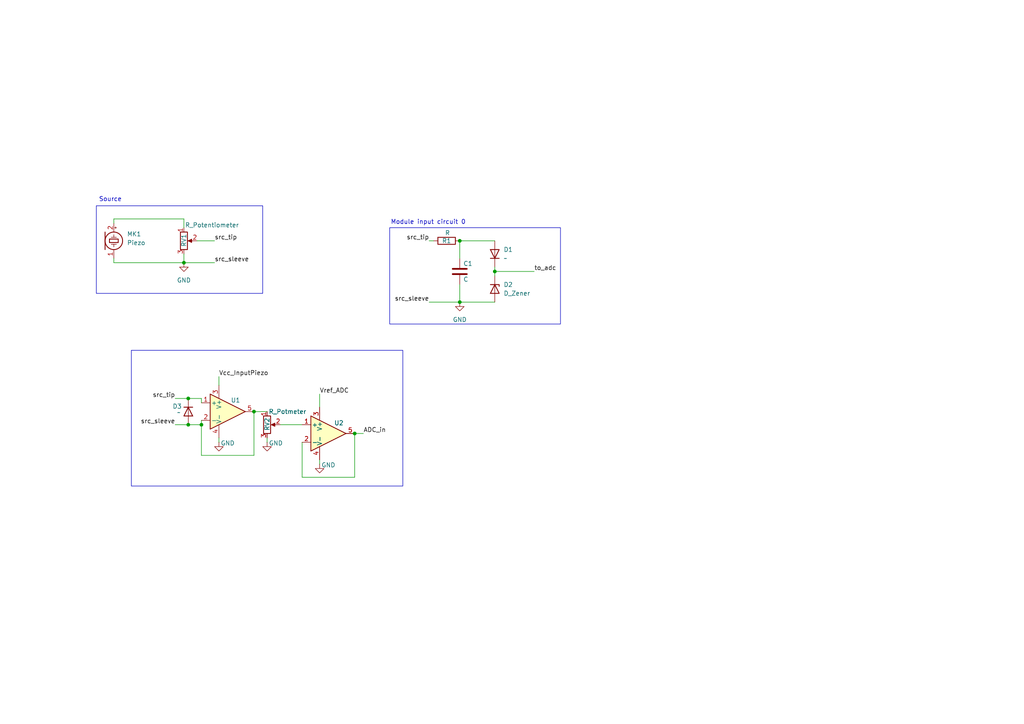
<source format=kicad_sch>
(kicad_sch (version 20250114) (generator "eeschema") (generator_version "9.0")
  (paper "A4")
  (lib_symbols
    (symbol "Device:C" (pin_numbers (hide yes)) (pin_names (offset 0.254))
      (property "Reference" "C" (at 0.635 2.54 0))
      (property "Value" "C" (at 0.635 -2.54 0))
      (symbol "C_0_1"
        (polyline (pts (xy -2.032 0.762) (xy 2.032 0.762)) (stroke (width 0.508)))
        (polyline (pts (xy -2.032 -0.762) (xy 2.032 -0.762)) (stroke (width 0.508)))
      )
      (symbol "C_1_1"
        (pin passive line (at 0 3.81 270) (length 2.794) (name "~") (number "1"))
        (pin passive line (at 0 -3.81 90) (length 2.794) (name "~") (number "2"))
      )
    )
    (symbol "Device:D_Zener" (pin_numbers (hide yes)) (pin_names (offset 1.016) (hide yes))
      (property "Reference" "D" (at 0 2.54 0))
      (property "Value" "D_Zener" (at 0 -2.54 0))
      (symbol "D_Zener_0_1"
        (polyline (pts (xy -1.27 -1.27) (xy -1.27 1.27) (xy -0.762 1.27)) (stroke (width 0.254)))
        (polyline (pts (xy 1.27 0) (xy -1.27 0)))
        (polyline (pts (xy 1.27 -1.27) (xy 1.27 1.27) (xy -1.27 0) (xy 1.27 -1.27)) (stroke (width 0.254)))
      )
      (symbol "D_Zener_1_1"
        (pin passive line (at -3.81 0 0) (length 2.54) (name "K") (number "1"))
        (pin passive line (at 3.81 0 180) (length 2.54) (name "A") (number "2"))
      )
    )
    (symbol "Device:Microphone_Crystal" (pin_names (offset 0.0254) (hide yes))
      (property "Reference" "MK" (at -3.81 1.143 0))
      (property "Value" "Microphone_Crystal" (at -3.81 -0.762 0))
      (symbol "Microphone_Crystal_0_1"
        (polyline (pts (xy -2.54 2.54) (xy -2.54 -2.54)) (stroke (width 0.254)))
        (rectangle (start -1.27 0.508) (end 1.27 -0.508) (stroke (width 0.254)))
        (polyline (pts (xy -0.762 1.016) (xy 0.762 1.016)))
        (polyline (pts (xy -0.762 -1.016) (xy 0.762 -1.016)))
        (polyline (pts (xy 0 1.016) (xy 0 1.778)))
        (circle (center 0 0) (radius 2.54) (stroke (width 0.254)))
        (polyline (pts (xy 0 -1.016) (xy 0 -1.778)))
        (polyline (pts (xy 0.254 3.81) (xy 0.762 3.81)))
        (polyline (pts (xy 0.508 4.064) (xy 0.508 3.556)))
      )
      (symbol "Microphone_Crystal_1_1"
        (pin passive line (at 0 5.08 270) (length 2.54) (name "+") (number "2"))
        (pin passive line (at 0 -5.08 90) (length 2.54) (name "-") (number "1"))
      )
    )
    (symbol "Device:R" (pin_numbers (hide yes)) (pin_names (offset 0))
      (property "Reference" "R" (at 2.032 0 90))
      (property "Value" "R" (at 0 0 90))
      (symbol "R_0_1"
        (rectangle (start -1.016 -2.54) (end 1.016 2.54) (stroke (width 0.254)))
      )
      (symbol "R_1_1"
        (pin passive line (at 0 3.81 270) (length 1.27) (name "~") (number "1"))
        (pin passive line (at 0 -3.81 90) (length 1.27) (name "~") (number "2"))
      )
    )
    (symbol "Device:R_Potentiometer" (pin_names (offset 1.016) (hide yes))
      (property "Reference" "RV" (at -4.445 0 90))
      (property "Value" "R_Potentiometer" (at -2.54 0 90))
      (symbol "R_Potentiometer_0_1"
        (rectangle (start 1.016 2.54) (end -1.016 -2.54) (stroke (width 0.254)))
        (polyline (pts (xy 1.143 0) (xy 2.286 0.508) (xy 2.286 -0.508) (xy 1.143 0)) (fill (type outline)))
        (polyline (pts (xy 2.54 0) (xy 1.524 0)))
      )
      (symbol "R_Potentiometer_1_1"
        (pin passive line (at 0 3.81 270) (length 1.27) (name "1") (number "1"))
        (pin passive line (at 0 -3.81 90) (length 1.27) (name "3") (number "3"))
        (pin passive line (at 3.81 0 180) (length 1.27) (name "2") (number "2"))
      )
    )
    (symbol "Diode:1N4001" (pin_numbers (hide yes)) (pin_names (hide yes))
      (property "Reference" "D" (at 0 2.54 0))
      (property "Value" "1N4001" (at 0 -2.54 0))
      (symbol "1N4001_0_1"
        (polyline (pts (xy -1.27 1.27) (xy -1.27 -1.27)) (stroke (width 0.254)))
        (polyline (pts (xy 1.27 1.27) (xy 1.27 -1.27) (xy -1.27 0) (xy 1.27 1.27)) (stroke (width 0.254)))
        (polyline (pts (xy 1.27 0) (xy -1.27 0)))
      )
      (symbol "1N4001_1_1"
        (pin passive line (at -3.81 0 0) (length 2.54) (name "K") (number "1"))
        (pin passive line (at 3.81 0 180) (length 2.54) (name "A") (number "2"))
      )
    )
    (symbol "Simulation_SPICE:OPAMP" (pin_names (offset 0.254))
      (property "Reference" "U" (at 3.81 3.175 0))
      (property "Value" "${SIM.PARAMS}" (at 3.81 -3.175 0))
      (symbol "OPAMP_0_1"
        (polyline (pts (xy 5.08 0) (xy -5.08 5.08) (xy -5.08 -5.08) (xy 5.08 0)) (stroke (width 0.254)) (fill (type background)))
      )
      (symbol "OPAMP_1_1"
        (pin input line (at -7.62 2.54 0) (length 2.54) (name "+") (number "1"))
        (pin input line (at -7.62 -2.54 0) (length 2.54) (name "-") (number "2"))
        (pin power_in line (at -2.54 7.62 270) (length 3.81) (name "V+") (number "3"))
        (pin power_in line (at -2.54 -7.62 90) (length 3.81) (name "V-") (number "4"))
        (pin output line (at 7.62 0 180) (length 2.54) (name "~") (number "5"))
      )
    )
    (symbol "power:GND" (power) (pin_numbers (hide yes)) (pin_names (offset 0) (hide yes))
      (property "Value" "GND" (at 0 -3.81 0))
      (symbol "GND_0_1"
        (polyline (pts (xy 0 0) (xy 0 -1.27) (xy 1.27 -1.27) (xy 0 -2.54) (xy -1.27 -1.27) (xy 0 -1.27)))
      )
      (symbol "GND_1_1"
        (pin power_in line (at 0 0 270) (length 0) (name "~") (number "1"))
      )
    )
  )
  (rectangle (start 27.94 59.69) (end 76.2 85.09))
  (rectangle (start 38.1 101.6) (end 116.84 140.97))
  (rectangle (start 113.03 66.04) (end 162.56 93.98))
  (text "Module input circuit 0\n" (at 124.206 64.516 0) (effects (font (size 1.27 1.27))))
  (text "Source" (at 32.004 57.912 0) (effects (font (size 1.27 1.27))))
  (junction (at 73.66 119.38))
  (junction (at 54.61 123.19))
  (junction (at 133.35 69.85))
  (junction (at 54.61 115.57))
  (junction (at 58.42 123.19))
  (junction (at 53.34 76.2))
  (junction (at 143.51 78.74))
  (junction (at 133.35 87.63))
  (junction (at 102.87 125.73))
  (wire (pts (xy 143.51 78.74) (xy 154.94 78.74)))
  (wire (pts (xy 54.61 123.19) (xy 58.42 123.19)))
  (wire (pts (xy 73.66 132.08) (xy 58.42 132.08)))
  (wire (pts (xy 92.71 133.35) (xy 92.71 134.62)))
  (wire (pts (xy 63.5 127) (xy 63.5 128.27)))
  (wire (pts (xy 50.8 115.57) (xy 54.61 115.57)))
  (wire (pts (xy 54.61 115.57) (xy 58.42 115.57)))
  (wire (pts (xy 50.8 123.19) (xy 54.61 123.19)))
  (wire (pts (xy 102.87 125.73) (xy 105.41 125.73)))
  (wire (pts (xy 33.02 63.5) (xy 53.34 63.5)))
  (wire (pts (xy 77.47 127) (xy 77.47 128.27)))
  (wire (pts (xy 33.02 74.93) (xy 33.02 76.2)))
  (wire (pts (xy 124.46 87.63) (xy 133.35 87.63)))
  (wire (pts (xy 133.35 87.63) (xy 143.51 87.63)))
  (wire (pts (xy 133.35 69.85) (xy 143.51 69.85)))
  (wire (pts (xy 143.51 77.47) (xy 143.51 78.74)))
  (wire (pts (xy 124.46 69.85) (xy 125.73 69.85)))
  (wire (pts (xy 73.66 119.38) (xy 73.66 132.08)))
  (wire (pts (xy 58.42 132.08) (xy 58.42 123.19)))
  (wire (pts (xy 87.63 138.43) (xy 87.63 128.27)))
  (wire (pts (xy 33.02 63.5) (xy 33.02 64.77)))
  (wire (pts (xy 143.51 78.74) (xy 143.51 80.01)))
  (wire (pts (xy 53.34 76.2) (xy 62.23 76.2)))
  (wire (pts (xy 58.42 123.19) (xy 58.42 121.92)))
  (wire (pts (xy 133.35 82.55) (xy 133.35 87.63)))
  (wire (pts (xy 53.34 76.2) (xy 33.02 76.2)))
  (wire (pts (xy 73.66 119.38) (xy 77.47 119.38)))
  (wire (pts (xy 57.15 69.85) (xy 62.23 69.85)))
  (wire (pts (xy 102.87 125.73) (xy 102.87 138.43)))
  (wire (pts (xy 53.34 63.5) (xy 53.34 66.04)))
  (wire (pts (xy 53.34 73.66) (xy 53.34 76.2)))
  (wire (pts (xy 81.28 123.19) (xy 87.63 123.19)))
  (wire (pts (xy 102.87 138.43) (xy 87.63 138.43)))
  (wire (pts (xy 63.5 109.22) (xy 63.5 111.76)))
  (wire (pts (xy 92.71 114.3) (xy 92.71 118.11)))
  (wire (pts (xy 133.35 69.85) (xy 133.35 74.93)))
  (wire (pts (xy 58.42 115.57) (xy 58.42 116.84)))
  (label "src_sleeve" (at 62.23 76.2 0))
  (label "src_tip" (at 124.46 69.85 180))
  (label "src_tip" (at 50.8 115.57 180))
  (label "ADC_in" (at 105.41 125.73 0))
  (label "src_sleeve" (at 124.46 87.63 180))
  (label "src_tip" (at 62.23 69.85 0))
  (label "Vref_ADC" (at 92.71 114.3 0))
  (label "Vcc_InputPiezo" (at 63.5 109.22 0))
  (label "to_adc" (at 154.94 78.74 0))
  (label "src_sleeve" (at 50.8 123.19 180))
  (symbol (lib_id "power:GND") (at 92.71 134.62 0) (unit 1)
    (property "Reference" "#PWR05" (effects (hide yes)))
    (property "Value" "GND" (at 95.25 134.874 0))
    (property "Description" "Power symbol creates a global label with name \"GND\" , ground" (effects (hide yes)))
  )
  (symbol (lib_id "Diode:1N4001") (at 54.61 119.38 270) (unit 1)
    (property "Reference" "D3" (at 50.038 117.856 90) (effects (justify left)))
    (property "Value" "~" (at 51.308 119.634 90) (effects (justify left)))
    (property "Footprint" "Diode_THT:D_DO-41_SOD81_P10.16mm_Horizontal" (effects (hide yes)))
    (property "Datasheet" "http://www.vishay.com/docs/88503/1n4001.pdf" (effects (hide yes)))
    (property "Description" "50V 1A General Purpose Rectifier Diode, DO-41" (effects (hide yes)))
    (property "Sim.Device" "D" (effects (hide yes)))
    (property "Sim.Pins" "1=K 2=A" (effects (hide yes)))
  )
  (symbol (lib_id "power:GND") (at 63.5 128.27 0) (unit 1)
    (property "Reference" "#PWR03" (effects (hide yes)))
    (property "Value" "GND" (at 66.04 128.524 0))
    (property "Description" "Power symbol creates a global label with name \"GND\" , ground" (effects (hide yes)))
  )
  (symbol (lib_id "Device:D_Zener") (at 143.51 83.82 270) (unit 1)
    (property "Reference" "D2" (at 146.05 82.5499 90) (effects (justify left)))
    (property "Value" "D_Zener" (at 146.05 85.0899 90) (effects (justify left)))
    (property "Description" "Zener diode" (effects (hide yes)))
  )
  (symbol (lib_id "Device:C") (at 133.35 78.74 0) (unit 1)
    (property "Reference" "C1" (at 134.366 76.454 0) (effects (justify left)))
    (property "Value" "C" (at 134.366 81.026 0) (effects (justify left)))
    (property "Description" "Unpolarized capacitor" (effects (hide yes)))
  )
  (symbol (lib_id "power:GND") (at 133.35 87.63 0) (unit 1)
    (property "Reference" "#PWR02" (effects (hide yes)))
    (property "Value" "GND" (at 133.35 92.71 0))
    (property "Description" "Power symbol creates a global label with name \"GND\" , ground" (effects (hide yes)))
  )
  (symbol (lib_id "power:GND") (at 53.34 76.2 0) (unit 1)
    (property "Reference" "#PWR01" (effects (hide yes)))
    (property "Value" "GND" (at 53.34 81.28 0))
    (property "Description" "Power symbol creates a global label with name \"GND\" , ground" (effects (hide yes)))
  )
  (symbol (lib_id "Device:R_Potentiometer") (at 77.47 123.19 0) (unit 1)
    (property "Reference" "RV2" (at 77.47 121.158 90) (effects (justify right)))
    (property "Value" "R_Potmeter" (at 88.9 119.38 0) (effects (justify right)))
    (property "Description" "Potentiometer" (effects (hide yes)))
  )
  (symbol (lib_id "Simulation_SPICE:OPAMP") (at 95.25 125.73 0) (unit 1)
    (property "Reference" "U2" (at 98.298 122.682 0))
    (property "Value" "${SIM.PARAMS}" (at 102.87 122.4849 0))
    (property "Datasheet" "https://ngspice.sourceforge.io/docs/ngspice-html-manual/manual.xhtml#sec__SUBCKT_Subcircuits" (effects (hide yes)))
    (property "Description" "Operational amplifier, single" (effects (hide yes)))
    (property "Sim.Pins" "1=in+ 2=in- 3=vcc 4=vee 5=out" (effects (hide yes)))
    (property "Sim.Device" "SUBCKT" (effects (hide yes)))
    (property "Sim.Library" "${KICAD9_SYMBOL_DIR}/Simulation_SPICE.sp" (effects (hide yes)))
    (property "Sim.Name" "kicad_builtin_opamp" (effects (hide yes)))
  )
  (symbol (lib_id "Simulation_SPICE:OPAMP") (at 66.04 119.38 0) (unit 1)
    (property "Reference" "U1" (at 68.326 116.078 0))
    (property "Value" "${SIM.PARAMS}" (at 73.66 116.1349 0))
    (property "Datasheet" "https://ngspice.sourceforge.io/docs/ngspice-html-manual/manual.xhtml#sec__SUBCKT_Subcircuits" (effects (hide yes)))
    (property "Description" "Operational amplifier, single" (effects (hide yes)))
    (property "Sim.Pins" "1=in+ 2=in- 3=vcc 4=vee 5=out" (effects (hide yes)))
    (property "Sim.Device" "SUBCKT" (effects (hide yes)))
    (property "Sim.Library" "${KICAD9_SYMBOL_DIR}/Simulation_SPICE.sp" (effects (hide yes)))
    (property "Sim.Name" "kicad_builtin_opamp" (effects (hide yes)))
  )
  (symbol (lib_id "power:GND") (at 77.47 128.27 0) (unit 1)
    (property "Reference" "#PWR04" (effects (hide yes)))
    (property "Value" "GND" (at 80.01 128.524 0))
    (property "Description" "Power symbol creates a global label with name \"GND\" , ground" (effects (hide yes)))
  )
  (symbol (lib_id "Device:R") (at 129.54 69.85 90) (unit 1)
    (property "Reference" "R1" (at 129.54 69.85 90))
    (property "Value" "R" (at 129.794 67.564 90))
    (property "Description" "Resistor" (effects (hide yes)))
  )
  (symbol (lib_id "Diode:1N4001") (at 143.51 73.66 90) (unit 1)
    (property "Reference" "D1" (at 146.05 72.3899 90) (effects (justify right)))
    (property "Value" "~" (at 146.05 74.9299 90) (effects (justify right)))
    (property "Footprint" "Diode_THT:D_DO-41_SOD81_P10.16mm_Horizontal" (effects (hide yes)))
    (property "Datasheet" "http://www.vishay.com/docs/88503/1n4001.pdf" (effects (hide yes)))
    (property "Description" "50V 1A General Purpose Rectifier Diode, DO-41" (effects (hide yes)))
    (property "Sim.Device" "D" (effects (hide yes)))
    (property "Sim.Pins" "1=K 2=A" (effects (hide yes)))
  )
  (symbol (lib_id "Device:Microphone_Crystal") (at 33.02 69.85 0) (unit 1)
    (property "Reference" "MK1" (at 36.83 67.8814 0) (effects (justify left)))
    (property "Value" "Piezo" (at 36.83 70.4214 0) (effects (justify left)))
    (property "Description" "Crystal microphone" (effects (hide yes)))
  )
  (symbol (lib_id "Device:R_Potentiometer") (at 53.34 69.85 0) (unit 1)
    (property "Reference" "RV1" (at 53.34 67.818 90) (effects (justify right)))
    (property "Value" "R_Potentiometer" (at 69.342 65.278 0) (effects (justify right)))
    (property "Description" "Potentiometer" (effects (hide yes)))
  )
)
</source>
